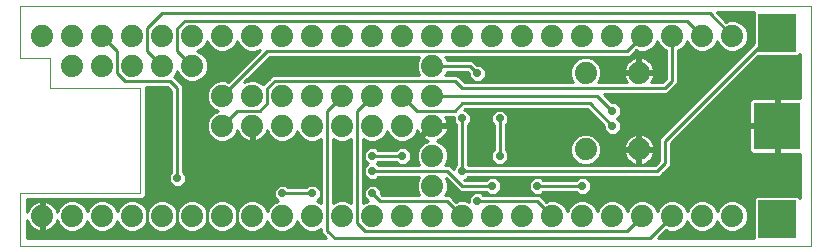
<source format=gtl>
G75*
G70*
%OFA0B0*%
%FSLAX24Y24*%
%IPPOS*%
%LPD*%
%AMOC8*
5,1,8,0,0,1.08239X$1,22.5*
%
%ADD10C,0.0000*%
%ADD11C,0.0740*%
%ADD12R,0.1560X0.1560*%
%ADD13R,0.1250X0.1250*%
%ADD14OC8,0.0270*%
%ADD15C,0.0100*%
%ADD16C,0.0200*%
D10*
X000300Y002393D02*
X000300Y004143D01*
X004050Y004143D01*
X004300Y004143D01*
X004300Y007643D01*
X002050Y007643D01*
X001300Y007643D01*
X001300Y008643D01*
X000300Y008643D01*
X000300Y010389D01*
X000300Y010393D01*
X000300Y010389D02*
X026678Y010389D01*
X026678Y002393D01*
X000300Y002393D01*
D11*
X001050Y003393D03*
X002050Y003393D03*
X003050Y003393D03*
X004050Y003393D03*
X005050Y003393D03*
X006050Y003393D03*
X007050Y003393D03*
X008050Y003393D03*
X009050Y003393D03*
X010050Y003393D03*
X011050Y003393D03*
X012050Y003393D03*
X013050Y003393D03*
X014050Y003393D03*
X015050Y003393D03*
X016050Y003393D03*
X017050Y003393D03*
X018050Y003393D03*
X019050Y003393D03*
X020050Y003393D03*
X021050Y003393D03*
X022050Y003393D03*
X023050Y003393D03*
X024050Y003393D03*
X020940Y005613D03*
X019160Y005613D03*
X014050Y005393D03*
X014050Y006393D03*
X013050Y006393D03*
X012050Y006393D03*
X011050Y006393D03*
X010050Y006393D03*
X009050Y006393D03*
X008050Y006393D03*
X007050Y006393D03*
X007050Y007393D03*
X008050Y007393D03*
X009050Y007393D03*
X010050Y007393D03*
X011050Y007393D03*
X012050Y007393D03*
X013050Y007393D03*
X014050Y007393D03*
X014050Y008393D03*
X014050Y009393D03*
X015050Y009393D03*
X016050Y009393D03*
X017050Y009393D03*
X018050Y009393D03*
X019050Y009393D03*
X020050Y009393D03*
X021050Y009393D03*
X022050Y009393D03*
X023050Y009393D03*
X024050Y009393D03*
X020940Y008173D03*
X019160Y008173D03*
X013050Y009393D03*
X012050Y009393D03*
X011050Y009393D03*
X010050Y009393D03*
X009050Y009393D03*
X008050Y009393D03*
X007050Y009393D03*
X006050Y009393D03*
X005050Y009393D03*
X004050Y009393D03*
X003050Y009393D03*
X002050Y009393D03*
X001050Y009393D03*
X002050Y008393D03*
X003050Y008393D03*
X004050Y008393D03*
X005050Y008393D03*
X006050Y008393D03*
X014050Y004393D03*
D12*
X025550Y006393D03*
D13*
X025550Y003293D03*
X025550Y009493D03*
D14*
X023050Y008143D03*
X025510Y007993D03*
X022800Y005643D03*
X020550Y004393D03*
X019550Y004393D03*
X019050Y004393D03*
X017550Y004393D03*
X016550Y004393D03*
X016050Y004393D03*
X015550Y003893D03*
X015050Y004893D03*
X016300Y005393D03*
X017050Y005393D03*
X018550Y006393D03*
X020050Y006393D03*
X020050Y006893D03*
X017540Y008523D03*
X016080Y008543D03*
X015550Y008143D03*
X013330Y008363D03*
X010300Y008393D03*
X007050Y008143D03*
X004640Y007513D03*
X008020Y004903D03*
X009050Y004143D03*
X010050Y004143D03*
X009950Y004593D03*
X011050Y004543D03*
X011850Y004543D03*
X012050Y004893D03*
X012050Y005393D03*
X011830Y005703D03*
X013050Y005393D03*
X013320Y005663D03*
X015050Y006643D03*
X016300Y006643D03*
X013040Y004393D03*
X012050Y004143D03*
X006550Y004143D03*
X005550Y004643D03*
X006550Y002893D03*
X025500Y004853D03*
D15*
X026300Y004856D02*
X021795Y004856D01*
X021750Y004810D02*
X022000Y005060D01*
X022000Y005810D01*
X024908Y008718D01*
X026237Y008718D01*
X026300Y008781D01*
X026300Y007323D01*
X025600Y007323D01*
X025600Y006443D01*
X025500Y006443D01*
X025500Y006343D01*
X025600Y006343D01*
X025600Y005463D01*
X026300Y005463D01*
X026300Y004005D01*
X026237Y004068D01*
X024863Y004068D01*
X024775Y003980D01*
X024775Y002643D01*
X021583Y002643D01*
X021852Y002912D01*
X021947Y002873D01*
X022153Y002873D01*
X022345Y002952D01*
X022491Y003099D01*
X022550Y003242D01*
X022609Y003099D01*
X022755Y002952D01*
X022947Y002873D01*
X023153Y002873D01*
X023345Y002952D01*
X023491Y003099D01*
X023550Y003242D01*
X023609Y003099D01*
X023755Y002952D01*
X023947Y002873D01*
X024153Y002873D01*
X024345Y002952D01*
X024491Y003099D01*
X024570Y003290D01*
X024570Y003497D01*
X024491Y003688D01*
X024345Y003834D01*
X024153Y003913D01*
X023947Y003913D01*
X023755Y003834D01*
X023609Y003688D01*
X023550Y003545D01*
X023491Y003688D01*
X023345Y003834D01*
X023153Y003913D01*
X022947Y003913D01*
X022755Y003834D01*
X022609Y003688D01*
X022550Y003545D01*
X022491Y003688D01*
X022345Y003834D01*
X022153Y003913D01*
X021947Y003913D01*
X021755Y003834D01*
X021609Y003688D01*
X021550Y003545D01*
X021491Y003688D01*
X021345Y003834D01*
X021153Y003913D01*
X020947Y003913D01*
X020755Y003834D01*
X020609Y003688D01*
X020550Y003545D01*
X020491Y003688D01*
X020345Y003834D01*
X020153Y003913D01*
X019947Y003913D01*
X019755Y003834D01*
X019609Y003688D01*
X019550Y003545D01*
X019491Y003688D01*
X019345Y003834D01*
X019153Y003913D01*
X018947Y003913D01*
X018755Y003834D01*
X018609Y003688D01*
X018550Y003545D01*
X018491Y003688D01*
X018345Y003834D01*
X018153Y003913D01*
X017947Y003913D01*
X017852Y003874D01*
X017633Y004093D01*
X015753Y004093D01*
X015668Y004178D01*
X015432Y004178D01*
X015265Y004011D01*
X015265Y003867D01*
X015153Y003913D01*
X014947Y003913D01*
X014852Y003874D01*
X014750Y003976D01*
X014750Y003976D01*
X014633Y004093D01*
X014485Y004093D01*
X014491Y004099D01*
X014570Y004290D01*
X014570Y004497D01*
X014504Y004657D01*
X014850Y004310D01*
X014967Y004193D01*
X015847Y004193D01*
X015932Y004108D01*
X016168Y004108D01*
X016335Y004275D01*
X016335Y004511D01*
X016168Y004678D01*
X015932Y004678D01*
X015847Y004593D01*
X015133Y004593D01*
X015118Y004608D01*
X015168Y004608D01*
X015253Y004693D01*
X021633Y004693D01*
X021750Y004810D01*
X021697Y004757D02*
X026300Y004757D01*
X026300Y004659D02*
X019188Y004659D01*
X019168Y004678D02*
X018932Y004678D01*
X018847Y004593D01*
X017753Y004593D01*
X017668Y004678D01*
X017432Y004678D01*
X017265Y004511D01*
X017265Y004275D01*
X017432Y004108D01*
X017668Y004108D01*
X017753Y004193D01*
X018847Y004193D01*
X018932Y004108D01*
X019168Y004108D01*
X019335Y004275D01*
X019335Y004511D01*
X019168Y004678D01*
X019286Y004560D02*
X026300Y004560D01*
X026300Y004462D02*
X019335Y004462D01*
X019335Y004363D02*
X026300Y004363D01*
X026300Y004265D02*
X019325Y004265D01*
X019226Y004166D02*
X026300Y004166D01*
X026300Y004068D02*
X026238Y004068D01*
X024862Y004068D02*
X017658Y004068D01*
X017726Y004166D02*
X018874Y004166D01*
X019050Y004393D02*
X017550Y004393D01*
X017265Y004363D02*
X016335Y004363D01*
X016325Y004265D02*
X017275Y004265D01*
X017374Y004166D02*
X016226Y004166D01*
X015874Y004166D02*
X015680Y004166D01*
X015420Y004166D02*
X014519Y004166D01*
X014560Y004265D02*
X014896Y004265D01*
X014797Y004363D02*
X014570Y004363D01*
X014570Y004462D02*
X014699Y004462D01*
X014600Y004560D02*
X014544Y004560D01*
X014550Y004893D02*
X015050Y004393D01*
X016050Y004393D01*
X016286Y004560D02*
X017314Y004560D01*
X017265Y004462D02*
X016335Y004462D01*
X016188Y004659D02*
X017412Y004659D01*
X017688Y004659D02*
X018912Y004659D01*
X019057Y005093D02*
X019263Y005093D01*
X019455Y005172D01*
X019601Y005319D01*
X019680Y005510D01*
X019680Y005717D01*
X019601Y005908D01*
X019455Y006054D01*
X019263Y006133D01*
X019057Y006133D01*
X018865Y006054D01*
X018719Y005908D01*
X018640Y005717D01*
X018640Y005510D01*
X018719Y005319D01*
X018865Y005172D01*
X019057Y005093D01*
X018917Y005151D02*
X016461Y005151D01*
X016418Y005108D02*
X016182Y005108D01*
X016015Y005275D01*
X016015Y005511D01*
X016100Y005596D01*
X016100Y006440D01*
X016015Y006525D01*
X016015Y006761D01*
X016182Y006928D01*
X016418Y006928D01*
X016585Y006761D01*
X016585Y006525D01*
X016500Y006440D01*
X016500Y005596D01*
X016585Y005511D01*
X016585Y005275D01*
X016418Y005108D01*
X016560Y005250D02*
X018788Y005250D01*
X018707Y005348D02*
X016585Y005348D01*
X016585Y005447D02*
X018666Y005447D01*
X018640Y005545D02*
X016551Y005545D01*
X016500Y005644D02*
X018640Y005644D01*
X018651Y005742D02*
X016500Y005742D01*
X016500Y005841D02*
X018691Y005841D01*
X018751Y005939D02*
X016500Y005939D01*
X016500Y006038D02*
X018849Y006038D01*
X019471Y006038D02*
X020640Y006038D01*
X020667Y006058D02*
X020601Y006010D01*
X020543Y005952D01*
X020495Y005886D01*
X020458Y005813D01*
X020433Y005735D01*
X020421Y005663D01*
X020890Y005663D01*
X020890Y005563D01*
X020990Y005563D01*
X020990Y005095D01*
X021062Y005106D01*
X021140Y005131D01*
X021213Y005169D01*
X021279Y005217D01*
X021337Y005275D01*
X021385Y005341D01*
X021422Y005414D01*
X021447Y005492D01*
X021459Y005563D01*
X020990Y005563D01*
X020990Y005663D01*
X021459Y005663D01*
X021447Y005735D01*
X021422Y005813D01*
X021385Y005886D01*
X021337Y005952D01*
X021279Y006010D01*
X021213Y006058D01*
X021140Y006095D01*
X021062Y006121D01*
X020990Y006132D01*
X020990Y005663D01*
X020890Y005663D01*
X020890Y006132D01*
X020818Y006121D01*
X020740Y006095D01*
X020667Y006058D01*
X020534Y005939D02*
X019569Y005939D01*
X019629Y005841D02*
X020472Y005841D01*
X020435Y005742D02*
X019669Y005742D01*
X019680Y005644D02*
X020890Y005644D01*
X020890Y005563D02*
X020421Y005563D01*
X020433Y005492D01*
X020458Y005414D01*
X020495Y005341D01*
X020543Y005275D01*
X020601Y005217D01*
X020667Y005169D01*
X020740Y005131D01*
X020818Y005106D01*
X020890Y005095D01*
X020890Y005563D01*
X020890Y005545D02*
X020990Y005545D01*
X020990Y005447D02*
X020890Y005447D01*
X020890Y005348D02*
X020990Y005348D01*
X020990Y005250D02*
X020890Y005250D01*
X020890Y005151D02*
X020990Y005151D01*
X021179Y005151D02*
X021525Y005151D01*
X021467Y005093D02*
X021600Y005226D01*
X021600Y005976D01*
X021717Y006093D01*
X024775Y009151D01*
X024775Y010180D01*
X024784Y010189D01*
X023537Y010189D01*
X023852Y009874D01*
X023947Y009913D01*
X024153Y009913D01*
X024345Y009834D01*
X024491Y009688D01*
X024570Y009497D01*
X024570Y009290D01*
X024491Y009099D01*
X024345Y008952D01*
X024153Y008873D01*
X023947Y008873D01*
X023755Y008952D01*
X023609Y009099D01*
X023550Y009242D01*
X023491Y009099D01*
X023345Y008952D01*
X023153Y008873D01*
X022947Y008873D01*
X022755Y008952D01*
X022609Y009099D01*
X022550Y009242D01*
X022491Y009099D01*
X022345Y008952D01*
X022250Y008913D01*
X022250Y007810D01*
X021883Y007443D01*
X019783Y007443D01*
X020048Y007178D01*
X020168Y007178D01*
X020335Y007011D01*
X020335Y006775D01*
X020203Y006643D01*
X020335Y006511D01*
X020335Y006275D01*
X020168Y006108D01*
X019932Y006108D01*
X019765Y006275D01*
X019765Y006395D01*
X019217Y006943D01*
X015133Y006943D01*
X015118Y006928D01*
X015168Y006928D01*
X015335Y006761D01*
X015335Y006525D01*
X015250Y006440D01*
X015250Y005096D01*
X015253Y005093D01*
X021467Y005093D01*
X021600Y005250D02*
X021312Y005250D01*
X021389Y005348D02*
X021600Y005348D01*
X021600Y005447D02*
X021433Y005447D01*
X021456Y005545D02*
X021600Y005545D01*
X021600Y005644D02*
X020990Y005644D01*
X020990Y005742D02*
X020890Y005742D01*
X020890Y005841D02*
X020990Y005841D01*
X020990Y005939D02*
X020890Y005939D01*
X020890Y006038D02*
X020990Y006038D01*
X021240Y006038D02*
X021662Y006038D01*
X021600Y005939D02*
X021346Y005939D01*
X021408Y005841D02*
X021600Y005841D01*
X021600Y005742D02*
X021445Y005742D01*
X021800Y005893D02*
X021800Y005143D01*
X021550Y004893D01*
X015050Y004893D01*
X015050Y006643D01*
X014850Y006440D02*
X014765Y006525D01*
X014765Y006693D01*
X014475Y006693D01*
X014495Y006666D01*
X014532Y006593D01*
X014557Y006515D01*
X014569Y006443D01*
X014100Y006443D01*
X014100Y006343D01*
X014569Y006343D01*
X014557Y006272D01*
X014532Y006194D01*
X014495Y006121D01*
X014447Y006055D01*
X014389Y005997D01*
X014323Y005949D01*
X014250Y005911D01*
X014198Y005895D01*
X014345Y005834D01*
X014491Y005688D01*
X014570Y005497D01*
X014570Y005290D01*
X014491Y005099D01*
X014485Y005093D01*
X014633Y005093D01*
X014765Y004961D01*
X014765Y005011D01*
X014850Y005096D01*
X014850Y006440D01*
X014850Y006432D02*
X014100Y006432D01*
X014545Y006235D02*
X014850Y006235D01*
X014850Y006333D02*
X014567Y006333D01*
X014552Y006530D02*
X014765Y006530D01*
X014765Y006629D02*
X014514Y006629D01*
X014800Y006893D02*
X015050Y007143D01*
X019300Y007143D01*
X020050Y006393D01*
X020335Y006432D02*
X022056Y006432D01*
X022154Y006530D02*
X020316Y006530D01*
X020218Y006629D02*
X022253Y006629D01*
X022351Y006727D02*
X020287Y006727D01*
X020335Y006826D02*
X022450Y006826D01*
X022548Y006924D02*
X020335Y006924D01*
X020324Y007023D02*
X022647Y007023D01*
X022745Y007121D02*
X020225Y007121D01*
X020006Y007220D02*
X022844Y007220D01*
X022942Y007318D02*
X019908Y007318D01*
X019809Y007417D02*
X023041Y007417D01*
X023139Y007515D02*
X021955Y007515D01*
X022053Y007614D02*
X023238Y007614D01*
X023336Y007712D02*
X022152Y007712D01*
X022250Y007811D02*
X023435Y007811D01*
X023533Y007909D02*
X022250Y007909D01*
X022250Y008008D02*
X023632Y008008D01*
X023730Y008106D02*
X022250Y008106D01*
X022250Y008205D02*
X023829Y008205D01*
X023927Y008303D02*
X022250Y008303D01*
X022250Y008402D02*
X024026Y008402D01*
X024124Y008500D02*
X022250Y008500D01*
X022250Y008599D02*
X024223Y008599D01*
X024321Y008697D02*
X022250Y008697D01*
X022250Y008796D02*
X024420Y008796D01*
X024518Y008894D02*
X024204Y008894D01*
X024385Y008993D02*
X024617Y008993D01*
X024715Y009091D02*
X024483Y009091D01*
X024529Y009190D02*
X024775Y009190D01*
X024775Y009288D02*
X024569Y009288D01*
X024570Y009387D02*
X024775Y009387D01*
X024775Y009485D02*
X024570Y009485D01*
X024534Y009584D02*
X024775Y009584D01*
X024775Y009682D02*
X024493Y009682D01*
X024398Y009781D02*
X024775Y009781D01*
X024775Y009879D02*
X024235Y009879D01*
X023865Y009879D02*
X023847Y009879D01*
X023748Y009978D02*
X024775Y009978D01*
X024775Y010076D02*
X023650Y010076D01*
X023551Y010175D02*
X024775Y010175D01*
X025400Y009493D02*
X021800Y005893D01*
X022030Y005841D02*
X024620Y005841D01*
X024620Y005939D02*
X022129Y005939D01*
X022227Y006038D02*
X024620Y006038D01*
X024620Y006136D02*
X022326Y006136D01*
X022424Y006235D02*
X024620Y006235D01*
X024620Y006333D02*
X022523Y006333D01*
X022621Y006432D02*
X025500Y006432D01*
X025500Y006443D02*
X024620Y006443D01*
X024620Y007193D01*
X024630Y007231D01*
X024650Y007265D01*
X024678Y007293D01*
X024712Y007313D01*
X024750Y007323D01*
X025500Y007323D01*
X025500Y006443D01*
X025500Y006530D02*
X025600Y006530D01*
X025600Y006629D02*
X025500Y006629D01*
X025500Y006727D02*
X025600Y006727D01*
X025600Y006826D02*
X025500Y006826D01*
X025500Y006924D02*
X025600Y006924D01*
X025600Y007023D02*
X025500Y007023D01*
X025500Y007121D02*
X025600Y007121D01*
X025600Y007220D02*
X025500Y007220D01*
X025500Y007318D02*
X025600Y007318D01*
X026300Y007417D02*
X023606Y007417D01*
X023508Y007318D02*
X024732Y007318D01*
X024627Y007220D02*
X023409Y007220D01*
X023311Y007121D02*
X024620Y007121D01*
X024620Y007023D02*
X023212Y007023D01*
X023114Y006924D02*
X024620Y006924D01*
X024620Y006826D02*
X023015Y006826D01*
X022917Y006727D02*
X024620Y006727D01*
X024620Y006629D02*
X022818Y006629D01*
X022720Y006530D02*
X024620Y006530D01*
X024620Y006343D02*
X024620Y005594D01*
X024630Y005555D01*
X024650Y005521D01*
X024678Y005493D01*
X024712Y005474D01*
X024750Y005463D01*
X025500Y005463D01*
X025500Y006343D01*
X024620Y006343D01*
X025500Y006333D02*
X025600Y006333D01*
X025600Y006235D02*
X025500Y006235D01*
X025500Y006136D02*
X025600Y006136D01*
X025600Y006038D02*
X025500Y006038D01*
X025500Y005939D02*
X025600Y005939D01*
X025600Y005841D02*
X025500Y005841D01*
X025500Y005742D02*
X025600Y005742D01*
X025600Y005644D02*
X025500Y005644D01*
X025500Y005545D02*
X025600Y005545D01*
X026300Y005447D02*
X022000Y005447D01*
X022000Y005545D02*
X024636Y005545D01*
X024620Y005644D02*
X022000Y005644D01*
X022000Y005742D02*
X024620Y005742D01*
X026300Y005348D02*
X022000Y005348D01*
X022000Y005250D02*
X026300Y005250D01*
X026300Y005151D02*
X022000Y005151D01*
X021992Y005053D02*
X026300Y005053D01*
X026300Y004954D02*
X021894Y004954D01*
X020701Y005151D02*
X019403Y005151D01*
X019532Y005250D02*
X020568Y005250D01*
X020491Y005348D02*
X019613Y005348D01*
X019654Y005447D02*
X020447Y005447D01*
X020424Y005545D02*
X019680Y005545D01*
X019904Y006136D02*
X016500Y006136D01*
X016500Y006235D02*
X019805Y006235D01*
X019765Y006333D02*
X016500Y006333D01*
X016500Y006432D02*
X019729Y006432D01*
X019630Y006530D02*
X016585Y006530D01*
X016585Y006629D02*
X019532Y006629D01*
X019433Y006727D02*
X016585Y006727D01*
X016521Y006826D02*
X019335Y006826D01*
X019236Y006924D02*
X016422Y006924D01*
X016178Y006924D02*
X015172Y006924D01*
X015271Y006826D02*
X016079Y006826D01*
X016015Y006727D02*
X015335Y006727D01*
X015335Y006629D02*
X016015Y006629D01*
X016015Y006530D02*
X015335Y006530D01*
X015250Y006432D02*
X016100Y006432D01*
X016100Y006333D02*
X015250Y006333D01*
X015250Y006235D02*
X016100Y006235D01*
X016100Y006136D02*
X015250Y006136D01*
X015250Y006038D02*
X016100Y006038D01*
X016100Y005939D02*
X015250Y005939D01*
X015250Y005841D02*
X016100Y005841D01*
X016100Y005742D02*
X015250Y005742D01*
X015250Y005644D02*
X016100Y005644D01*
X016049Y005545D02*
X015250Y005545D01*
X015250Y005447D02*
X016015Y005447D01*
X016015Y005348D02*
X015250Y005348D01*
X015250Y005250D02*
X016040Y005250D01*
X016139Y005151D02*
X015250Y005151D01*
X014850Y005151D02*
X014513Y005151D01*
X014553Y005250D02*
X014850Y005250D01*
X014850Y005348D02*
X014570Y005348D01*
X014570Y005447D02*
X014850Y005447D01*
X014850Y005545D02*
X014550Y005545D01*
X014509Y005644D02*
X014850Y005644D01*
X014850Y005742D02*
X014436Y005742D01*
X014328Y005841D02*
X014850Y005841D01*
X014850Y005939D02*
X014304Y005939D01*
X014430Y006038D02*
X014850Y006038D01*
X014850Y006136D02*
X014503Y006136D01*
X013902Y005895D02*
X013755Y005834D01*
X013609Y005688D01*
X013530Y005497D01*
X013530Y005290D01*
X013609Y005099D01*
X013615Y005093D01*
X012253Y005093D01*
X012203Y005143D01*
X012253Y005193D01*
X012847Y005193D01*
X012932Y005108D01*
X013168Y005108D01*
X013335Y005275D01*
X013335Y005511D01*
X013168Y005678D01*
X012932Y005678D01*
X012847Y005593D01*
X012253Y005593D01*
X012168Y005678D01*
X011932Y005678D01*
X011765Y005511D01*
X011765Y005275D01*
X011897Y005143D01*
X011765Y005011D01*
X011765Y004775D01*
X011932Y004608D01*
X012168Y004608D01*
X012253Y004693D01*
X013615Y004693D01*
X013609Y004688D01*
X013530Y004497D01*
X013530Y004290D01*
X013609Y004099D01*
X013615Y004093D01*
X012383Y004093D01*
X012335Y004141D01*
X012335Y004261D01*
X012168Y004428D01*
X011932Y004428D01*
X011765Y004261D01*
X011765Y004025D01*
X011897Y003893D01*
X011755Y003834D01*
X011750Y003829D01*
X011750Y005958D01*
X011755Y005952D01*
X011947Y005873D01*
X012153Y005873D01*
X012345Y005952D01*
X012491Y006099D01*
X012550Y006242D01*
X012609Y006099D01*
X012755Y005952D01*
X012947Y005873D01*
X013153Y005873D01*
X013345Y005952D01*
X013491Y006099D01*
X013551Y006245D01*
X013568Y006194D01*
X013605Y006121D01*
X013653Y006055D01*
X013711Y005997D01*
X013777Y005949D01*
X013850Y005911D01*
X013902Y005895D01*
X013796Y005939D02*
X013313Y005939D01*
X013430Y006038D02*
X013670Y006038D01*
X013597Y006136D02*
X013506Y006136D01*
X013547Y006235D02*
X013555Y006235D01*
X012787Y005939D02*
X012313Y005939D01*
X012430Y006038D02*
X012670Y006038D01*
X012594Y006136D02*
X012506Y006136D01*
X012547Y006235D02*
X012553Y006235D01*
X011787Y005939D02*
X011750Y005939D01*
X011750Y005841D02*
X013772Y005841D01*
X013664Y005742D02*
X011750Y005742D01*
X011750Y005644D02*
X011897Y005644D01*
X011799Y005545D02*
X011750Y005545D01*
X011750Y005447D02*
X011765Y005447D01*
X011765Y005348D02*
X011750Y005348D01*
X011750Y005250D02*
X011790Y005250D01*
X011750Y005151D02*
X011889Y005151D01*
X011806Y005053D02*
X011750Y005053D01*
X011750Y004954D02*
X011765Y004954D01*
X011765Y004856D02*
X011750Y004856D01*
X011750Y004757D02*
X011783Y004757D01*
X011750Y004659D02*
X011881Y004659D01*
X011750Y004560D02*
X013556Y004560D01*
X013530Y004462D02*
X011750Y004462D01*
X011750Y004363D02*
X011867Y004363D01*
X011768Y004265D02*
X011750Y004265D01*
X011750Y004166D02*
X011765Y004166D01*
X011765Y004068D02*
X011750Y004068D01*
X011750Y003969D02*
X011821Y003969D01*
X011844Y003871D02*
X011750Y003871D01*
X011350Y003871D02*
X011256Y003871D01*
X011345Y003834D02*
X011153Y003913D01*
X010947Y003913D01*
X010755Y003834D01*
X010750Y003829D01*
X010750Y005958D01*
X010755Y005952D01*
X010947Y005873D01*
X011153Y005873D01*
X011345Y005952D01*
X011350Y005958D01*
X011350Y003829D01*
X011345Y003834D01*
X011350Y003969D02*
X010750Y003969D01*
X010750Y003871D02*
X010844Y003871D01*
X010750Y004068D02*
X011350Y004068D01*
X011350Y004166D02*
X010750Y004166D01*
X010750Y004265D02*
X011350Y004265D01*
X011350Y004363D02*
X010750Y004363D01*
X010750Y004462D02*
X011350Y004462D01*
X011350Y004560D02*
X010750Y004560D01*
X010750Y004659D02*
X011350Y004659D01*
X011350Y004757D02*
X010750Y004757D01*
X010750Y004856D02*
X011350Y004856D01*
X011350Y004954D02*
X010750Y004954D01*
X010750Y005053D02*
X011350Y005053D01*
X011350Y005151D02*
X010750Y005151D01*
X010750Y005250D02*
X011350Y005250D01*
X011350Y005348D02*
X010750Y005348D01*
X010750Y005447D02*
X011350Y005447D01*
X011350Y005545D02*
X010750Y005545D01*
X010750Y005644D02*
X011350Y005644D01*
X011350Y005742D02*
X010750Y005742D01*
X010750Y005841D02*
X011350Y005841D01*
X011350Y005939D02*
X011313Y005939D01*
X010787Y005939D02*
X010750Y005939D01*
X010350Y005939D02*
X010313Y005939D01*
X010345Y005952D02*
X010350Y005958D01*
X010350Y003829D01*
X010345Y003834D01*
X010203Y003893D01*
X010335Y004025D01*
X010335Y004261D01*
X010168Y004428D01*
X009932Y004428D01*
X009847Y004343D01*
X009253Y004343D01*
X009168Y004428D01*
X008932Y004428D01*
X008765Y004261D01*
X008765Y004025D01*
X008897Y003893D01*
X008755Y003834D01*
X008609Y003688D01*
X008550Y003545D01*
X008491Y003688D01*
X008345Y003834D01*
X008153Y003913D01*
X007947Y003913D01*
X007755Y003834D01*
X007609Y003688D01*
X007550Y003545D01*
X007491Y003688D01*
X007345Y003834D01*
X007153Y003913D01*
X006947Y003913D01*
X006755Y003834D01*
X006609Y003688D01*
X006550Y003545D01*
X006491Y003688D01*
X006345Y003834D01*
X006153Y003913D01*
X005947Y003913D01*
X005755Y003834D01*
X005609Y003688D01*
X005550Y003545D01*
X005491Y003688D01*
X005345Y003834D01*
X005153Y003913D01*
X004947Y003913D01*
X004755Y003834D01*
X004609Y003688D01*
X004550Y003545D01*
X004491Y003688D01*
X004345Y003834D01*
X004153Y003913D01*
X003947Y003913D01*
X003755Y003834D01*
X003609Y003688D01*
X003550Y003545D01*
X003491Y003688D01*
X003345Y003834D01*
X003153Y003913D01*
X002947Y003913D01*
X002755Y003834D01*
X002609Y003688D01*
X002550Y003545D01*
X002491Y003688D01*
X002345Y003834D01*
X002153Y003913D01*
X001947Y003913D01*
X001755Y003834D01*
X001609Y003688D01*
X001549Y003542D01*
X001532Y003593D01*
X001495Y003666D01*
X001447Y003732D01*
X001389Y003790D01*
X001323Y003838D01*
X001250Y003875D01*
X001172Y003901D01*
X001100Y003912D01*
X001100Y003443D01*
X001000Y003443D01*
X001000Y003912D01*
X000928Y003901D01*
X000850Y003875D01*
X000777Y003838D01*
X000711Y003790D01*
X000653Y003732D01*
X000605Y003666D01*
X000568Y003593D01*
X000550Y003537D01*
X000550Y003943D01*
X004383Y003943D01*
X004500Y004060D01*
X004500Y007693D01*
X005217Y007693D01*
X005350Y007560D01*
X005350Y004846D01*
X005265Y004761D01*
X005265Y004525D01*
X005432Y004358D01*
X005668Y004358D01*
X005835Y004525D01*
X005835Y004761D01*
X005750Y004846D01*
X005750Y007726D01*
X005633Y007843D01*
X005434Y008042D01*
X005491Y008099D01*
X005550Y008242D01*
X005609Y008099D01*
X005755Y007952D01*
X005947Y007873D01*
X006153Y007873D01*
X006345Y007952D01*
X006491Y008099D01*
X006570Y008290D01*
X006570Y008497D01*
X006491Y008688D01*
X006345Y008834D01*
X006202Y008893D01*
X006345Y008952D01*
X006491Y009099D01*
X006550Y009242D01*
X006609Y009099D01*
X006755Y008952D01*
X006947Y008873D01*
X007153Y008873D01*
X007345Y008952D01*
X007491Y009099D01*
X007550Y009242D01*
X007609Y009099D01*
X007755Y008952D01*
X007947Y008873D01*
X008153Y008873D01*
X008313Y008940D01*
X007248Y007874D01*
X007153Y007913D01*
X006947Y007913D01*
X006755Y007834D01*
X006609Y007688D01*
X006530Y007497D01*
X006530Y007290D01*
X006609Y007099D01*
X006755Y006952D01*
X006898Y006893D01*
X006755Y006834D01*
X006609Y006688D01*
X006530Y006497D01*
X006530Y006290D01*
X006609Y006099D01*
X006755Y005952D01*
X006947Y005873D01*
X007153Y005873D01*
X007345Y005952D01*
X007491Y006099D01*
X007551Y006245D01*
X007568Y006194D01*
X007605Y006121D01*
X007653Y006055D01*
X007711Y005997D01*
X007777Y005949D01*
X007850Y005911D01*
X007928Y005886D01*
X008000Y005875D01*
X008000Y006343D01*
X008100Y006343D01*
X008100Y005875D01*
X008172Y005886D01*
X008250Y005911D01*
X008323Y005949D01*
X008389Y005997D01*
X008447Y006055D01*
X008495Y006121D01*
X008532Y006194D01*
X008549Y006245D01*
X008609Y006099D01*
X008755Y005952D01*
X008947Y005873D01*
X009153Y005873D01*
X009345Y005952D01*
X009491Y006099D01*
X009550Y006242D01*
X009609Y006099D01*
X009755Y005952D01*
X009947Y005873D01*
X010153Y005873D01*
X010345Y005952D01*
X010350Y005841D02*
X005750Y005841D01*
X005750Y005939D02*
X006787Y005939D01*
X006670Y006038D02*
X005750Y006038D01*
X005750Y006136D02*
X006594Y006136D01*
X006553Y006235D02*
X005750Y006235D01*
X005750Y006333D02*
X006530Y006333D01*
X006530Y006432D02*
X005750Y006432D01*
X005750Y006530D02*
X006544Y006530D01*
X006585Y006629D02*
X005750Y006629D01*
X005750Y006727D02*
X006649Y006727D01*
X006747Y006826D02*
X005750Y006826D01*
X005750Y006924D02*
X006823Y006924D01*
X006685Y007023D02*
X005750Y007023D01*
X005750Y007121D02*
X006600Y007121D01*
X006559Y007220D02*
X005750Y007220D01*
X005750Y007318D02*
X006530Y007318D01*
X006530Y007417D02*
X005750Y007417D01*
X005750Y007515D02*
X006538Y007515D01*
X006578Y007614D02*
X005750Y007614D01*
X005750Y007712D02*
X006634Y007712D01*
X006732Y007811D02*
X005665Y007811D01*
X005567Y007909D02*
X005860Y007909D01*
X005700Y008008D02*
X005468Y008008D01*
X005494Y008106D02*
X005606Y008106D01*
X005565Y008205D02*
X005535Y008205D01*
X005300Y007893D02*
X005550Y007643D01*
X005550Y004643D01*
X005835Y004659D02*
X010350Y004659D01*
X010350Y004757D02*
X005835Y004757D01*
X005750Y004856D02*
X010350Y004856D01*
X010350Y004954D02*
X005750Y004954D01*
X005750Y005053D02*
X010350Y005053D01*
X010350Y005151D02*
X005750Y005151D01*
X005750Y005250D02*
X010350Y005250D01*
X010350Y005348D02*
X005750Y005348D01*
X005750Y005447D02*
X010350Y005447D01*
X010350Y005545D02*
X005750Y005545D01*
X005750Y005644D02*
X010350Y005644D01*
X010350Y005742D02*
X005750Y005742D01*
X005350Y005742D02*
X004500Y005742D01*
X004500Y005644D02*
X005350Y005644D01*
X005350Y005545D02*
X004500Y005545D01*
X004500Y005447D02*
X005350Y005447D01*
X005350Y005348D02*
X004500Y005348D01*
X004500Y005250D02*
X005350Y005250D01*
X005350Y005151D02*
X004500Y005151D01*
X004500Y005053D02*
X005350Y005053D01*
X005350Y004954D02*
X004500Y004954D01*
X004500Y004856D02*
X005350Y004856D01*
X005265Y004757D02*
X004500Y004757D01*
X004500Y004659D02*
X005265Y004659D01*
X005265Y004560D02*
X004500Y004560D01*
X004500Y004462D02*
X005328Y004462D01*
X005427Y004363D02*
X004500Y004363D01*
X004500Y004265D02*
X008768Y004265D01*
X008765Y004166D02*
X004500Y004166D01*
X004500Y004068D02*
X008765Y004068D01*
X008821Y003969D02*
X004409Y003969D01*
X004550Y003893D02*
X004550Y002893D01*
X004376Y002984D02*
X004724Y002984D01*
X004755Y002952D02*
X004609Y003099D01*
X004550Y003242D01*
X004491Y003099D01*
X004345Y002952D01*
X004153Y002873D01*
X003947Y002873D01*
X003755Y002952D01*
X003609Y003099D01*
X003550Y003242D01*
X003491Y003099D01*
X003345Y002952D01*
X003153Y002873D01*
X002947Y002873D01*
X002755Y002952D01*
X002609Y003099D01*
X002550Y003242D01*
X002491Y003099D01*
X002345Y002952D01*
X002153Y002873D01*
X001947Y002873D01*
X001755Y002952D01*
X001609Y003099D01*
X001549Y003245D01*
X001532Y003194D01*
X001495Y003121D01*
X001447Y003055D01*
X001389Y002997D01*
X001323Y002949D01*
X001250Y002911D01*
X001172Y002886D01*
X001100Y002875D01*
X001100Y003343D01*
X001000Y003343D01*
X001000Y002875D01*
X000928Y002886D01*
X000850Y002911D01*
X000777Y002949D01*
X000711Y002997D01*
X000653Y003055D01*
X000605Y003121D01*
X000568Y003194D01*
X000550Y003249D01*
X000550Y002643D01*
X010517Y002643D01*
X010350Y002810D01*
X010350Y002958D01*
X010345Y002952D01*
X010153Y002873D01*
X009947Y002873D01*
X009755Y002952D01*
X009609Y003099D01*
X009550Y003242D01*
X009491Y003099D01*
X009345Y002952D01*
X009153Y002873D01*
X008947Y002873D01*
X008755Y002952D01*
X008609Y003099D01*
X008550Y003242D01*
X008491Y003099D01*
X008345Y002952D01*
X008153Y002873D01*
X007947Y002873D01*
X007755Y002952D01*
X007609Y003099D01*
X007550Y003242D01*
X007491Y003099D01*
X007345Y002952D01*
X007153Y002873D01*
X006947Y002873D01*
X006755Y002952D01*
X006609Y003099D01*
X006550Y003242D01*
X006491Y003099D01*
X006345Y002952D01*
X006153Y002873D01*
X005947Y002873D01*
X005755Y002952D01*
X005609Y003099D01*
X005550Y003242D01*
X005491Y003099D01*
X005345Y002952D01*
X005153Y002873D01*
X004947Y002873D01*
X004755Y002952D01*
X004916Y002886D02*
X004184Y002886D01*
X003916Y002886D02*
X003184Y002886D01*
X003376Y002984D02*
X003724Y002984D01*
X003625Y003083D02*
X003475Y003083D01*
X003525Y003181D02*
X003575Y003181D01*
X003563Y003575D02*
X003537Y003575D01*
X003497Y003674D02*
X003603Y003674D01*
X003694Y003772D02*
X003406Y003772D01*
X003256Y003871D02*
X003844Y003871D01*
X004256Y003871D02*
X004844Y003871D01*
X004694Y003772D02*
X004406Y003772D01*
X004497Y003674D02*
X004603Y003674D01*
X004563Y003575D02*
X004537Y003575D01*
X005256Y003871D02*
X005844Y003871D01*
X005694Y003772D02*
X005406Y003772D01*
X005497Y003674D02*
X005603Y003674D01*
X005563Y003575D02*
X005537Y003575D01*
X005550Y003893D02*
X005550Y002893D01*
X005376Y002984D02*
X005724Y002984D01*
X005625Y003083D02*
X005475Y003083D01*
X005525Y003181D02*
X005575Y003181D01*
X005916Y002886D02*
X005184Y002886D01*
X004625Y003083D02*
X004475Y003083D01*
X004525Y003181D02*
X004575Y003181D01*
X006184Y002886D02*
X006916Y002886D01*
X006724Y002984D02*
X006376Y002984D01*
X006475Y003083D02*
X006625Y003083D01*
X006575Y003181D02*
X006525Y003181D01*
X006550Y002893D02*
X006550Y004143D01*
X006256Y003871D02*
X006844Y003871D01*
X006694Y003772D02*
X006406Y003772D01*
X006497Y003674D02*
X006603Y003674D01*
X006563Y003575D02*
X006537Y003575D01*
X007256Y003871D02*
X007844Y003871D01*
X007694Y003772D02*
X007406Y003772D01*
X007497Y003674D02*
X007603Y003674D01*
X007563Y003575D02*
X007537Y003575D01*
X007550Y003893D02*
X007550Y002893D01*
X007376Y002984D02*
X007724Y002984D01*
X007625Y003083D02*
X007475Y003083D01*
X007525Y003181D02*
X007575Y003181D01*
X007916Y002886D02*
X007184Y002886D01*
X008184Y002886D02*
X008916Y002886D01*
X008724Y002984D02*
X008376Y002984D01*
X008475Y003083D02*
X008625Y003083D01*
X008575Y003181D02*
X008525Y003181D01*
X009184Y002886D02*
X009916Y002886D01*
X009724Y002984D02*
X009376Y002984D01*
X009475Y003083D02*
X009625Y003083D01*
X009575Y003181D02*
X009525Y003181D01*
X010184Y002886D02*
X010350Y002886D01*
X010373Y002787D02*
X000550Y002787D01*
X000550Y002689D02*
X010472Y002689D01*
X010550Y002893D02*
X010800Y002643D01*
X021300Y002643D01*
X022050Y003393D01*
X022537Y003575D02*
X022563Y003575D01*
X022603Y003674D02*
X022497Y003674D01*
X022406Y003772D02*
X022694Y003772D01*
X022844Y003871D02*
X022256Y003871D01*
X021844Y003871D02*
X021256Y003871D01*
X021406Y003772D02*
X021694Y003772D01*
X021603Y003674D02*
X021497Y003674D01*
X021537Y003575D02*
X021563Y003575D01*
X021050Y003393D02*
X020550Y002893D01*
X011800Y002893D01*
X011550Y003143D01*
X011550Y006893D01*
X012050Y007393D01*
X011050Y007393D02*
X010550Y006893D01*
X010550Y002893D01*
X008694Y003772D02*
X008406Y003772D01*
X008497Y003674D02*
X008603Y003674D01*
X008563Y003575D02*
X008537Y003575D01*
X008256Y003871D02*
X008844Y003871D01*
X009050Y004143D02*
X010050Y004143D01*
X010335Y004166D02*
X010350Y004166D01*
X010350Y004068D02*
X010335Y004068D01*
X010350Y003969D02*
X010279Y003969D01*
X010256Y003871D02*
X010350Y003871D01*
X010332Y004265D02*
X010350Y004265D01*
X010350Y004363D02*
X010233Y004363D01*
X010350Y004462D02*
X005772Y004462D01*
X005835Y004560D02*
X010350Y004560D01*
X009867Y004363D02*
X009233Y004363D01*
X008867Y004363D02*
X005673Y004363D01*
X002844Y003871D02*
X002256Y003871D01*
X002406Y003772D02*
X002694Y003772D01*
X002603Y003674D02*
X002497Y003674D01*
X002537Y003575D02*
X002563Y003575D01*
X001844Y003871D02*
X001258Y003871D01*
X001100Y003871D02*
X001000Y003871D01*
X001000Y003772D02*
X001100Y003772D01*
X001100Y003674D02*
X001000Y003674D01*
X001000Y003575D02*
X001100Y003575D01*
X001100Y003477D02*
X001000Y003477D01*
X001000Y003280D02*
X001100Y003280D01*
X001100Y003181D02*
X001000Y003181D01*
X001000Y003083D02*
X001100Y003083D01*
X001100Y002984D02*
X001000Y002984D01*
X001000Y002886D02*
X001100Y002886D01*
X001170Y002886D02*
X001916Y002886D01*
X001724Y002984D02*
X001372Y002984D01*
X001467Y003083D02*
X001625Y003083D01*
X001575Y003181D02*
X001526Y003181D01*
X000930Y002886D02*
X000550Y002886D01*
X000550Y002984D02*
X000728Y002984D01*
X000633Y003083D02*
X000550Y003083D01*
X000550Y003181D02*
X000574Y003181D01*
X000550Y003575D02*
X000562Y003575D01*
X000550Y003674D02*
X000611Y003674D01*
X000550Y003772D02*
X000694Y003772D01*
X000550Y003871D02*
X000842Y003871D01*
X001406Y003772D02*
X001694Y003772D01*
X001603Y003674D02*
X001489Y003674D01*
X001538Y003575D02*
X001563Y003575D01*
X002525Y003181D02*
X002575Y003181D01*
X002625Y003083D02*
X002475Y003083D01*
X002376Y002984D02*
X002724Y002984D01*
X002916Y002886D02*
X002184Y002886D01*
X004500Y005841D02*
X005350Y005841D01*
X005350Y005939D02*
X004500Y005939D01*
X004500Y006038D02*
X005350Y006038D01*
X005350Y006136D02*
X004500Y006136D01*
X004500Y006235D02*
X005350Y006235D01*
X005350Y006333D02*
X004500Y006333D01*
X004500Y006432D02*
X005350Y006432D01*
X005350Y006530D02*
X004500Y006530D01*
X004500Y006629D02*
X005350Y006629D01*
X005350Y006727D02*
X004500Y006727D01*
X004500Y006826D02*
X005350Y006826D01*
X005350Y006924D02*
X004500Y006924D01*
X004500Y007023D02*
X005350Y007023D01*
X005350Y007121D02*
X004500Y007121D01*
X004500Y007220D02*
X005350Y007220D01*
X005350Y007318D02*
X004500Y007318D01*
X004500Y007417D02*
X005350Y007417D01*
X005350Y007515D02*
X004500Y007515D01*
X004500Y007614D02*
X005297Y007614D01*
X005300Y007893D02*
X004300Y007893D01*
X003800Y007893D01*
X003550Y008143D01*
X003550Y008893D01*
X003050Y009393D01*
X004550Y009643D02*
X004550Y008893D01*
X005050Y008393D01*
X005550Y008893D02*
X006050Y008393D01*
X006528Y008599D02*
X007973Y008599D01*
X008071Y008697D02*
X006481Y008697D01*
X006383Y008796D02*
X008170Y008796D01*
X008204Y008894D02*
X008268Y008894D01*
X008550Y008893D02*
X007050Y007393D01*
X007550Y006893D02*
X007050Y006393D01*
X007547Y006235D02*
X007555Y006235D01*
X007597Y006136D02*
X007506Y006136D01*
X007430Y006038D02*
X007670Y006038D01*
X007796Y005939D02*
X007313Y005939D01*
X008000Y005939D02*
X008100Y005939D01*
X008100Y006038D02*
X008000Y006038D01*
X008000Y006136D02*
X008100Y006136D01*
X008100Y006235D02*
X008000Y006235D01*
X008000Y006333D02*
X008100Y006333D01*
X008545Y006235D02*
X008553Y006235D01*
X008594Y006136D02*
X008503Y006136D01*
X008430Y006038D02*
X008670Y006038D01*
X008787Y005939D02*
X008304Y005939D01*
X009313Y005939D02*
X009787Y005939D01*
X009670Y006038D02*
X009430Y006038D01*
X009506Y006136D02*
X009594Y006136D01*
X009553Y006235D02*
X009547Y006235D01*
X008550Y007143D02*
X008300Y006893D01*
X007550Y006893D01*
X008550Y007143D02*
X008550Y007643D01*
X008800Y007893D01*
X014800Y007893D01*
X015050Y007643D01*
X019800Y007643D01*
X020050Y007643D01*
X021800Y007643D01*
X022050Y007893D01*
X022050Y009393D01*
X022529Y009190D02*
X022571Y009190D01*
X022617Y009091D02*
X022483Y009091D01*
X022385Y008993D02*
X022715Y008993D01*
X022896Y008894D02*
X022250Y008894D01*
X021850Y008894D02*
X021204Y008894D01*
X021153Y008873D02*
X021345Y008952D01*
X021491Y009099D01*
X021550Y009242D01*
X021609Y009099D01*
X021755Y008952D01*
X021850Y008913D01*
X021850Y007976D01*
X021717Y007843D01*
X021343Y007843D01*
X021385Y007901D01*
X021422Y007974D01*
X021447Y008052D01*
X021459Y008123D01*
X020990Y008123D01*
X020990Y008223D01*
X021459Y008223D01*
X021447Y008295D01*
X021422Y008373D01*
X021385Y008446D01*
X021337Y008512D01*
X021279Y008570D01*
X021213Y008618D01*
X021140Y008655D01*
X021062Y008681D01*
X020990Y008692D01*
X020990Y008223D01*
X020890Y008223D01*
X020890Y008123D01*
X020421Y008123D01*
X020433Y008052D01*
X020458Y007974D01*
X020495Y007901D01*
X020537Y007843D01*
X019565Y007843D01*
X019601Y007879D01*
X019680Y008070D01*
X019680Y008277D01*
X019601Y008468D01*
X019455Y008614D01*
X019263Y008693D01*
X019057Y008693D01*
X018865Y008614D01*
X018719Y008468D01*
X018640Y008277D01*
X018640Y008070D01*
X018719Y007879D01*
X018755Y007843D01*
X015133Y007843D01*
X014883Y008093D01*
X014485Y008093D01*
X014491Y008099D01*
X014530Y008193D01*
X015217Y008193D01*
X015265Y008145D01*
X015265Y008025D01*
X015432Y007858D01*
X015668Y007858D01*
X015835Y008025D01*
X015835Y008261D01*
X015668Y008428D01*
X015548Y008428D01*
X015383Y008593D01*
X014530Y008593D01*
X014491Y008688D01*
X014485Y008693D01*
X020633Y008693D01*
X020852Y008912D01*
X020947Y008873D01*
X021153Y008873D01*
X020896Y008894D02*
X020834Y008894D01*
X020735Y008796D02*
X021850Y008796D01*
X021850Y008697D02*
X020637Y008697D01*
X020667Y008618D02*
X020740Y008655D01*
X020818Y008681D01*
X020890Y008692D01*
X020890Y008223D01*
X020421Y008223D01*
X020433Y008295D01*
X020458Y008373D01*
X020495Y008446D01*
X020543Y008512D01*
X020601Y008570D01*
X020667Y008618D01*
X020641Y008599D02*
X019470Y008599D01*
X019568Y008500D02*
X020535Y008500D01*
X020473Y008402D02*
X019628Y008402D01*
X019669Y008303D02*
X020435Y008303D01*
X020424Y008106D02*
X019680Y008106D01*
X019680Y008205D02*
X020890Y008205D01*
X020890Y008303D02*
X020990Y008303D01*
X020990Y008205D02*
X021850Y008205D01*
X021850Y008303D02*
X021445Y008303D01*
X021407Y008402D02*
X021850Y008402D01*
X021850Y008500D02*
X021345Y008500D01*
X021239Y008599D02*
X021850Y008599D01*
X021715Y008993D02*
X021385Y008993D01*
X021483Y009091D02*
X021617Y009091D01*
X021571Y009190D02*
X021529Y009190D01*
X021050Y009393D02*
X020550Y008893D01*
X008550Y008893D01*
X008633Y008693D02*
X013615Y008693D01*
X013609Y008688D01*
X013530Y008497D01*
X013530Y008290D01*
X013609Y008099D01*
X013615Y008093D01*
X008717Y008093D01*
X008600Y007976D01*
X008467Y007843D01*
X008401Y007777D01*
X008345Y007834D01*
X008153Y007913D01*
X007947Y007913D01*
X007787Y007847D01*
X008633Y008693D01*
X008538Y008599D02*
X013572Y008599D01*
X013531Y008500D02*
X008440Y008500D01*
X008341Y008402D02*
X013530Y008402D01*
X013530Y008303D02*
X008243Y008303D01*
X008144Y008205D02*
X013565Y008205D01*
X013606Y008106D02*
X008046Y008106D01*
X007947Y008008D02*
X008632Y008008D01*
X008600Y007976D02*
X008600Y007976D01*
X008533Y007909D02*
X008163Y007909D01*
X007937Y007909D02*
X007849Y007909D01*
X007579Y008205D02*
X006535Y008205D01*
X006570Y008303D02*
X007677Y008303D01*
X007776Y008402D02*
X006570Y008402D01*
X006569Y008500D02*
X007874Y008500D01*
X007896Y008894D02*
X007204Y008894D01*
X007385Y008993D02*
X007715Y008993D01*
X007617Y009091D02*
X007483Y009091D01*
X007529Y009190D02*
X007571Y009190D01*
X006896Y008894D02*
X006204Y008894D01*
X006385Y008993D02*
X006715Y008993D01*
X006617Y009091D02*
X006483Y009091D01*
X006529Y009190D02*
X006571Y009190D01*
X005800Y009893D02*
X005550Y009643D01*
X005550Y008893D01*
X004550Y009643D02*
X005050Y010143D01*
X023300Y010143D01*
X024050Y009393D01*
X023571Y009190D02*
X023529Y009190D01*
X023483Y009091D02*
X023617Y009091D01*
X023715Y008993D02*
X023385Y008993D01*
X023204Y008894D02*
X023896Y008894D01*
X024690Y008500D02*
X026300Y008500D01*
X026300Y008402D02*
X024591Y008402D01*
X024493Y008303D02*
X026300Y008303D01*
X026300Y008205D02*
X024394Y008205D01*
X024296Y008106D02*
X026300Y008106D01*
X026300Y008008D02*
X024197Y008008D01*
X024099Y007909D02*
X026300Y007909D01*
X026300Y007811D02*
X024000Y007811D01*
X023902Y007712D02*
X026300Y007712D01*
X026300Y007614D02*
X023803Y007614D01*
X023705Y007515D02*
X026300Y007515D01*
X026300Y008599D02*
X024788Y008599D01*
X024887Y008697D02*
X026300Y008697D01*
X025550Y009493D02*
X025400Y009493D01*
X023050Y009393D02*
X022550Y009893D01*
X005800Y009893D01*
X006494Y008106D02*
X007480Y008106D01*
X007382Y008008D02*
X006400Y008008D01*
X006240Y007909D02*
X006937Y007909D01*
X007163Y007909D02*
X007283Y007909D01*
X008368Y007811D02*
X008435Y007811D01*
X008467Y007843D02*
X008467Y007843D01*
X013050Y007393D02*
X013550Y006893D01*
X014800Y006893D01*
X014050Y007393D02*
X019550Y007393D01*
X020050Y006893D01*
X020335Y006333D02*
X021957Y006333D01*
X021859Y006235D02*
X020295Y006235D01*
X020196Y006136D02*
X021760Y006136D01*
X021783Y007909D02*
X021389Y007909D01*
X021433Y008008D02*
X021850Y008008D01*
X021850Y008106D02*
X021456Y008106D01*
X020990Y008402D02*
X020890Y008402D01*
X020890Y008500D02*
X020990Y008500D01*
X020990Y008599D02*
X020890Y008599D01*
X020447Y008008D02*
X019654Y008008D01*
X019613Y007909D02*
X020491Y007909D01*
X018850Y008599D02*
X014528Y008599D01*
X014050Y008393D02*
X015300Y008393D01*
X015550Y008143D01*
X015835Y008106D02*
X018640Y008106D01*
X018640Y008205D02*
X015835Y008205D01*
X015793Y008303D02*
X018651Y008303D01*
X018692Y008402D02*
X015695Y008402D01*
X015476Y008500D02*
X018752Y008500D01*
X018666Y008008D02*
X015818Y008008D01*
X015719Y007909D02*
X018707Y007909D01*
X016300Y006643D02*
X016300Y005393D01*
X014806Y005053D02*
X014673Y005053D01*
X014550Y004893D02*
X012050Y004893D01*
X012219Y004659D02*
X013597Y004659D01*
X013530Y004363D02*
X012233Y004363D01*
X012332Y004265D02*
X013540Y004265D01*
X013581Y004166D02*
X012335Y004166D01*
X012300Y003893D02*
X012050Y004143D01*
X012300Y003893D02*
X014550Y003893D01*
X015050Y003393D01*
X015256Y003871D02*
X015265Y003871D01*
X015265Y003969D02*
X014757Y003969D01*
X014658Y004068D02*
X015321Y004068D01*
X015550Y003893D02*
X017550Y003893D01*
X018050Y003393D01*
X018537Y003575D02*
X018563Y003575D01*
X018603Y003674D02*
X018497Y003674D01*
X018406Y003772D02*
X018694Y003772D01*
X018844Y003871D02*
X018256Y003871D01*
X017757Y003969D02*
X024775Y003969D01*
X024775Y003871D02*
X024256Y003871D01*
X024406Y003772D02*
X024775Y003772D01*
X024775Y003674D02*
X024497Y003674D01*
X024537Y003575D02*
X024775Y003575D01*
X024775Y003477D02*
X024570Y003477D01*
X024570Y003378D02*
X024775Y003378D01*
X024775Y003280D02*
X024566Y003280D01*
X024525Y003181D02*
X024775Y003181D01*
X024775Y003083D02*
X024475Y003083D01*
X024376Y002984D02*
X024775Y002984D01*
X024775Y002886D02*
X024184Y002886D01*
X023916Y002886D02*
X023184Y002886D01*
X023376Y002984D02*
X023724Y002984D01*
X023625Y003083D02*
X023475Y003083D01*
X023525Y003181D02*
X023575Y003181D01*
X022916Y002886D02*
X022184Y002886D01*
X022376Y002984D02*
X022724Y002984D01*
X022625Y003083D02*
X022475Y003083D01*
X022525Y003181D02*
X022575Y003181D01*
X021916Y002886D02*
X021825Y002886D01*
X021727Y002787D02*
X024775Y002787D01*
X024775Y002689D02*
X021628Y002689D01*
X020563Y003575D02*
X020537Y003575D01*
X020497Y003674D02*
X020603Y003674D01*
X020694Y003772D02*
X020406Y003772D01*
X020256Y003871D02*
X020844Y003871D01*
X019844Y003871D02*
X019256Y003871D01*
X019406Y003772D02*
X019694Y003772D01*
X019603Y003674D02*
X019497Y003674D01*
X019537Y003575D02*
X019563Y003575D01*
X015912Y004659D02*
X015219Y004659D01*
X013587Y005151D02*
X013211Y005151D01*
X013310Y005250D02*
X013547Y005250D01*
X013530Y005348D02*
X013335Y005348D01*
X013335Y005447D02*
X013530Y005447D01*
X013550Y005545D02*
X013301Y005545D01*
X013203Y005644D02*
X013591Y005644D01*
X013050Y005393D02*
X012050Y005393D01*
X012203Y005644D02*
X012897Y005644D01*
X012889Y005151D02*
X012211Y005151D01*
X015067Y007909D02*
X015381Y007909D01*
X015282Y008008D02*
X014968Y008008D01*
X015265Y008106D02*
X014494Y008106D01*
X023256Y003871D02*
X023844Y003871D01*
X023694Y003772D02*
X023406Y003772D01*
X023497Y003674D02*
X023603Y003674D01*
X023563Y003575D02*
X023537Y003575D01*
D16*
X014050Y006393D02*
X014040Y006393D01*
X013450Y005803D01*
M02*

</source>
